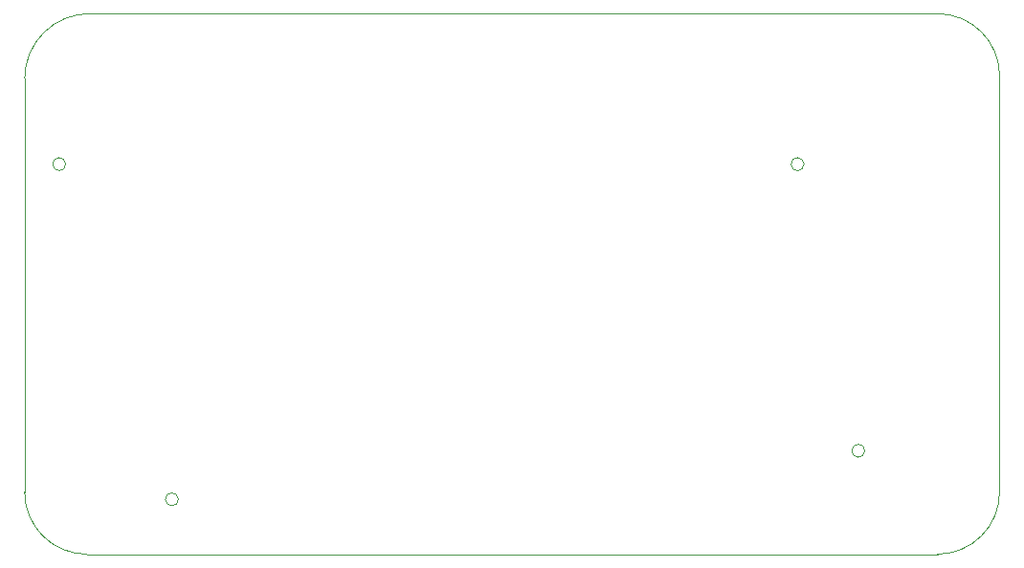
<source format=gbr>
%TF.GenerationSoftware,KiCad,Pcbnew,9.0.1*%
%TF.CreationDate,2025-04-29T02:16:07+02:00*%
%TF.ProjectId,phil-lab-11,7068696c-2d6c-4616-922d-31312e6b6963,rev?*%
%TF.SameCoordinates,Original*%
%TF.FileFunction,Profile,NP*%
%FSLAX46Y46*%
G04 Gerber Fmt 4.6, Leading zero omitted, Abs format (unit mm)*
G04 Created by KiCad (PCBNEW 9.0.1) date 2025-04-29 02:16:07*
%MOMM*%
%LPD*%
G01*
G04 APERTURE LIST*
%TA.AperFunction,Profile*%
%ADD10C,0.050000*%
%TD*%
G04 APERTURE END LIST*
D10*
X88450000Y-32576000D02*
G75*
G02*
X87298000Y-32576000I-576000J0D01*
G01*
X87298000Y-32576000D02*
G75*
G02*
X88450000Y-32576000I576000J0D01*
G01*
X23126000Y-32576000D02*
G75*
G02*
X21974000Y-32576000I-576000J0D01*
G01*
X21974000Y-32576000D02*
G75*
G02*
X23126000Y-32576000I576000J0D01*
G01*
X33102000Y-62250000D02*
G75*
G02*
X31950000Y-62250000I-576000J0D01*
G01*
X31950000Y-62250000D02*
G75*
G02*
X33102000Y-62250000I576000J0D01*
G01*
X93826000Y-57950000D02*
G75*
G02*
X92674000Y-57950000I-576000J0D01*
G01*
X92674000Y-57950000D02*
G75*
G02*
X93826000Y-57950000I576000J0D01*
G01*
X25000000Y-67110913D02*
G75*
G02*
X19499987Y-61610913I0J5500013D01*
G01*
X105750000Y-61610913D02*
G75*
G02*
X100250000Y-67110900I-5500000J13D01*
G01*
X105750000Y-24750000D02*
X105750000Y-61610913D01*
X25250000Y-19250000D02*
X100250000Y-19250000D01*
X19500000Y-61610913D02*
X19500000Y-25000000D01*
X100250000Y-19250000D02*
G75*
G02*
X105750000Y-24750000I0J-5500000D01*
G01*
X19500000Y-25000000D02*
G75*
G02*
X25250000Y-19250000I5750000J0D01*
G01*
X100250000Y-67110913D02*
X25000000Y-67110913D01*
M02*

</source>
